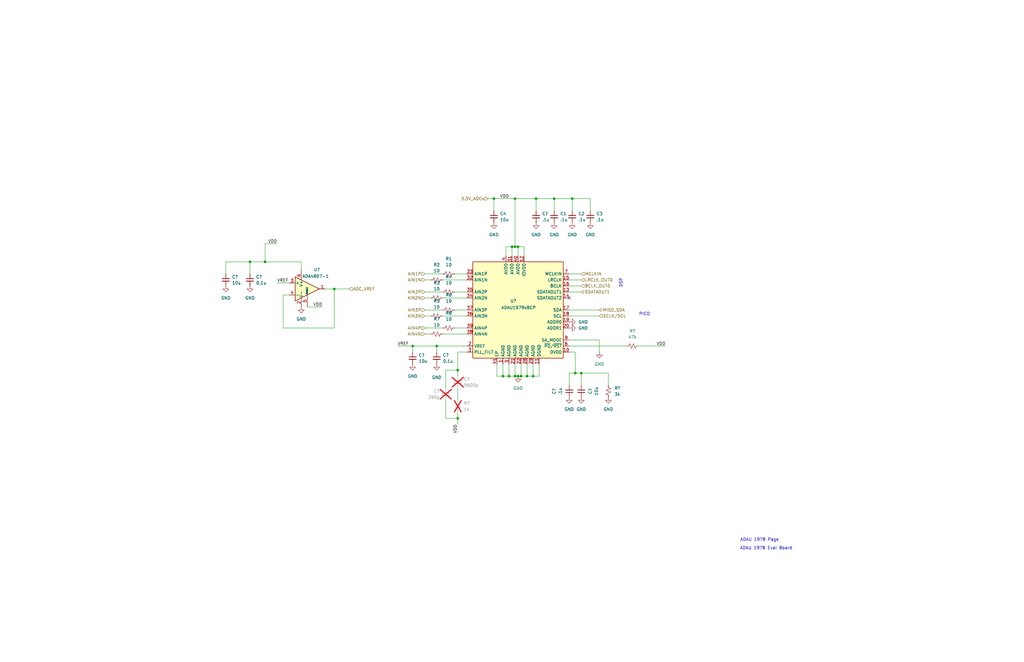
<source format=kicad_sch>
(kicad_sch (version 20250114) (generator "eeschema") (generator_version "9.0")
  (paper "B")
  (title_block (title "Receive ADCs") (date "2026-01-02") (rev "0.0") (company "Andy McCann KA3KAF and Doug McCann KA3KAG"))
  (lib_symbols
    (symbol "Amplifier_Operational:ADA4807-1" (pin_names (offset 0.127))
      (property "Reference" "U" (at 1.27 3.81 0))
      (property "Value" "ADA4807-1" (at 1.27 -3.81 0))
      (symbol "ADA4807-1_0_1"
        (polyline (pts (xy -5.08 5.08) (xy 5.08 0) (xy -5.08 -5.08) (xy -5.08 5.08)) (stroke (width 0.254)) (fill (type background)))
      )
      (symbol "ADA4807-1_1_1"
        (pin input line (at -7.62 2.54 0) (length 2.54) (name "+") (number "3"))
        (pin input line (at -7.62 -2.54 0) (length 2.54) (name "-") (number "4"))
        (pin power_in line (at -2.54 7.62 270) (length 3.81) (name "V+") (number "6"))
        (pin power_in line (at -2.54 -7.62 90) (length 3.81) (name "V-") (number "2"))
        (pin input line (at 0 -7.62 90) (length 5.08) (name "~{DISABLE}") (number "5"))
        (pin output line (at 7.62 0 180) (length 2.54) (name "~") (number "1"))
      )
    )
    (symbol "Device:C_Small" (pin_numbers (hide yes)) (pin_names (offset 0.254) (hide yes))
      (property "Reference" "C" (at 0.254 1.778 0))
      (property "Value" "C_Small" (at 0.254 -2.032 0))
      (symbol "C_Small_0_1"
        (polyline (pts (xy -1.524 0.508) (xy 1.524 0.508)) (stroke (width 0.3048)))
        (polyline (pts (xy -1.524 -0.508) (xy 1.524 -0.508)) (stroke (width 0.3302)))
      )
      (symbol "C_Small_1_1"
        (pin passive line (at 0 2.54 270) (length 2.032) (name "~") (number "1"))
        (pin passive line (at 0 -2.54 90) (length 2.032) (name "~") (number "2"))
      )
    )
    (symbol "Device:R_Small_US" (pin_numbers (hide yes)) (pin_names (offset 0.254) (hide yes))
      (property "Reference" "R" (at 0.762 0.508 0))
      (property "Value" "R_Small_US" (at 0.762 -1.016 0))
      (symbol "R_Small_US_1_1"
        (polyline (pts (xy 0 1.524) (xy 1.016 1.143) (xy 0 0.762) (xy -1.016 0.381) (xy 0 0)))
        (polyline (pts (xy 0 0) (xy 1.016 -0.381) (xy 0 -0.762) (xy -1.016 -1.143) (xy 0 -1.524)))
        (pin passive line (at 0 2.54 270) (length 1.016) (name "~") (number "1"))
        (pin passive line (at 0 -2.54 90) (length 1.016) (name "~") (number "2"))
      )
    )
    (symbol "nzif_radio_symbol_library:ADAU1979xBCP"
      (property "Reference" "U" (at 12.7 25.4 0))
      (property "Value" "ADAU1979xBCP" (at 12.7 22.86 0))
      (symbol "ADAU1979xBCP_0_1"
        (rectangle (start -19.05 20.32) (end 19.05 -20.32) (stroke (width 0.254)) (fill (type background)))
      )
      (symbol "ADAU1979xBCP_1_1"
        (pin input line (at -21.59 15.24 0) (length 2.54) (name "AIN1P") (number "33"))
        (pin input line (at -21.59 12.7 0) (length 2.54) (name "AIN1N") (number "32"))
        (pin input line (at -21.59 7.62 0) (length 2.54) (name "AIN2P") (number "35"))
        (pin input line (at -21.59 5.08 0) (length 2.54) (name "AIN2N") (number "34"))
        (pin input line (at -21.59 0 0) (length 2.54) (name "AIN3P") (number "37"))
        (pin input line (at -21.59 -2.54 0) (length 2.54) (name "AIN3N") (number "36"))
        (pin input line (at -21.59 -7.62 0) (length 2.54) (name "AIN4P") (number "39"))
        (pin input line (at -21.59 -10.16 0) (length 2.54) (name "AIN4N") (number "38"))
        (pin output line (at -21.59 -15.24 0) (length 2.54) (name "VREF") (number "2"))
        (pin output line (at -21.59 -17.78 0) (length 2.54) (name "PLL_FILT") (number "3"))
        (pin power_in line (at -8.89 -22.86 90) (length 2.54) (name "EP") (number "41"))
        (pin power_in line (at -6.35 -22.86 90) (length 2.54) (name "AGND") (number "1"))
        (pin power_in line (at -5.08 22.86 270) (length 2.54) (name "AVDD") (number "4"))
        (pin power_in line (at -3.81 -22.86 90) (length 2.54) (name "AGND") (number "5"))
        (pin passive line (at -2.54 22.86 270) (length 2.54) (name "AVDD") (number "31"))
        (pin power_in line (at -1.27 -22.86 90) (length 2.54) (name "AGND") (number "21"))
        (pin passive line (at 0 22.86 270) (length 2.54) (name "AVDD") (number "40"))
        (pin power_in line (at 1.27 -22.86 90) (length 2.54) (name "AGND") (number "22"))
        (pin power_in line (at 2.54 22.86 270) (length 2.54) (name "IOVDD") (number "12"))
        (pin power_in line (at 3.81 -22.86 90) (length 2.54) (name "AGND") (number "28"))
        (pin power_in line (at 6.35 -22.86 90) (length 2.54) (name "AGND") (number "29"))
        (pin power_in line (at 8.89 -22.86 90) (length 2.54) (name "DGND") (number "11"))
        (pin no_connect line (at 12.7 -20.32 90) (length 2.54) (hide yes) (name "NC") (number "23"))
        (pin no_connect line (at 12.7 -20.32 90) (length 2.54) (hide yes) (name "NC") (number "24"))
        (pin no_connect line (at 12.7 -20.32 90) (length 2.54) (hide yes) (name "NC") (number "25"))
        (pin no_connect line (at 12.7 -20.32 90) (length 2.54) (hide yes) (name "NC") (number "26"))
        (pin no_connect line (at 12.7 -20.32 90) (length 2.54) (hide yes) (name "NC") (number "27"))
        (pin no_connect line (at 12.7 -20.32 90) (length 2.54) (hide yes) (name "NC") (number "30"))
        (pin no_connect line (at 12.7 -20.32 90) (length 2.54) (hide yes) (name "NC") (number "8"))
        (pin input line (at 21.59 15.24 180) (length 2.54) (name "MCLKIN") (number "7"))
        (pin bidirectional line (at 21.59 12.7 180) (length 2.54) (name "LRCLK") (number "15"))
        (pin bidirectional line (at 21.59 10.16 180) (length 2.54) (name "BCLK") (number "16"))
        (pin output line (at 21.59 7.62 180) (length 2.54) (name "SDATAOUT1") (number "13"))
        (pin output line (at 21.59 5.08 180) (length 2.54) (name "SDATAOUT2") (number "14"))
        (pin bidirectional line (at 21.59 0 180) (length 2.54) (name "SDA") (number "17"))
        (pin input line (at 21.59 -2.54 180) (length 2.54) (name "SCL") (number "18"))
        (pin input line (at 21.59 -5.08 180) (length 2.54) (name "ADDR0") (number "19"))
        (pin input line (at 21.59 -7.62 180) (length 2.54) (name "ADDR1") (number "20"))
        (pin input line (at 21.59 -12.7 180) (length 2.54) (name "SA_MODE") (number "9"))
        (pin input line (at 21.59 -15.24 180) (length 2.54) (name "~{PD}/~{RST}") (number "6"))
        (pin power_out line (at 21.59 -17.78 180) (length 2.54) (name "DVDD") (number "10"))
      )
    )
    (symbol "power:GND" (power) (pin_numbers (hide yes)) (pin_names (offset 0) (hide yes))
      (property "Value" "GND" (at 0 -3.81 0))
      (symbol "GND_0_1"
        (polyline (pts (xy 0 0) (xy 0 -1.27) (xy 1.27 -1.27) (xy 0 -2.54) (xy -1.27 -1.27) (xy 0 -1.27)))
      )
      (symbol "GND_1_1"
        (pin power_in line (at 0 0 270) (length 0) (name "~") (number "1"))
      )
    )
  )
  (text "ADAU 1978 Page" (at 320.294 227.838 0) (effects (font (size 1.27 1.27))))
  (text "ADAU 1978 Eval Board" (at 323.088 231.394 0) (effects (font (size 1.27 1.27))))
  (text "PICO" (at 271.78 132.588 0) (effects (font (size 1.27 1.27))))
  (text "DSP" (at 261.874 119.38 90) (effects (font (size 1.27 1.27))))
  (junction (at 217.17 104.14))
  (junction (at 224.79 158.75))
  (junction (at 219.71 158.75))
  (junction (at 215.9 104.14))
  (junction (at 222.25 158.75))
  (junction (at 208.28 83.82))
  (junction (at 111.76 110.49))
  (junction (at 233.68 83.82))
  (junction (at 184.15 146.05))
  (junction (at 214.63 158.75))
  (junction (at 226.06 83.82))
  (junction (at 140.97 121.92))
  (junction (at 218.44 158.75))
  (junction (at 242.57 157.48))
  (junction (at 212.09 158.75))
  (junction (at 105.41 110.49))
  (junction (at 217.17 158.75))
  (junction (at 241.3 83.82))
  (junction (at 193.04 156.21))
  (junction (at 245.11 157.48))
  (junction (at 217.17 83.82))
  (junction (at 218.44 104.14))
  (junction (at 173.99 146.05))
  (junction (at 193.04 176.53))
  (no_connect (at 240.03 125.73))
  (wire (pts (xy 179.07 115.57) (xy 186.69 115.57)))
  (wire (pts (xy 213.36 107.95) (xy 213.36 104.14)))
  (wire (pts (xy 140.97 121.92) (xy 147.32 121.92)))
  (wire (pts (xy 242.57 157.48) (xy 245.11 157.48)))
  (wire (pts (xy 140.97 121.92) (xy 140.97 138.43)))
  (wire (pts (xy 191.77 130.81) (xy 196.85 130.81)))
  (wire (pts (xy 240.03 120.65) (xy 245.11 120.65)))
  (wire (pts (xy 191.77 138.43) (xy 196.85 138.43)))
  (wire (pts (xy 222.25 158.75) (xy 224.79 158.75)))
  (wire (pts (xy 127 114.3) (xy 127 110.49)))
  (wire (pts (xy 187.96 163.83) (xy 187.96 156.21)))
  (wire (pts (xy 214.63 158.75) (xy 217.17 158.75)))
  (wire (pts (xy 179.07 133.35) (xy 181.61 133.35)))
  (wire (pts (xy 187.96 156.21) (xy 193.04 156.21)))
  (wire (pts (xy 224.79 153.67) (xy 224.79 158.75)))
  (wire (pts (xy 179.07 118.11) (xy 181.61 118.11)))
  (wire (pts (xy 240.03 148.59) (xy 242.57 148.59)))
  (wire (pts (xy 196.85 146.05) (xy 184.15 146.05)))
  (wire (pts (xy 95.25 110.49) (xy 95.25 115.57)))
  (wire (pts (xy 187.96 168.91) (xy 187.96 176.53)))
  (wire (pts (xy 119.38 124.46) (xy 119.38 138.43)))
  (wire (pts (xy 217.17 83.82) (xy 226.06 83.82)))
  (wire (pts (xy 184.15 146.05) (xy 184.15 148.59)))
  (wire (pts (xy 256.54 157.48) (xy 245.11 157.48)))
  (wire (pts (xy 214.63 153.67) (xy 214.63 158.75)))
  (wire (pts (xy 213.36 104.14) (xy 215.9 104.14)))
  (wire (pts (xy 241.3 88.9) (xy 241.3 83.82)))
  (wire (pts (xy 241.3 83.82) (xy 248.92 83.82)))
  (wire (pts (xy 193.04 156.21) (xy 193.04 158.75)))
  (wire (pts (xy 240.03 130.81) (xy 252.73 130.81)))
  (wire (pts (xy 248.92 83.82) (xy 248.92 88.9)))
  (wire (pts (xy 173.99 146.05) (xy 173.99 148.59)))
  (wire (pts (xy 119.38 124.46) (xy 121.92 124.46)))
  (wire (pts (xy 240.03 118.11) (xy 245.11 118.11)))
  (wire (pts (xy 111.76 110.49) (xy 111.76 102.87)))
  (wire (pts (xy 217.17 104.14) (xy 217.17 83.82)))
  (wire (pts (xy 219.71 158.75) (xy 222.25 158.75)))
  (wire (pts (xy 179.07 138.43) (xy 186.69 138.43)))
  (wire (pts (xy 240.03 157.48) (xy 242.57 157.48)))
  (wire (pts (xy 226.06 83.82) (xy 233.68 83.82)))
  (wire (pts (xy 193.04 173.99) (xy 193.04 176.53)))
  (wire (pts (xy 227.33 158.75) (xy 227.33 153.67)))
  (wire (pts (xy 129.54 129.54) (xy 135.89 129.54)))
  (wire (pts (xy 269.24 146.05) (xy 280.67 146.05)))
  (wire (pts (xy 212.09 153.67) (xy 212.09 158.75)))
  (wire (pts (xy 240.03 115.57) (xy 245.11 115.57)))
  (wire (pts (xy 208.28 83.82) (xy 217.17 83.82)))
  (wire (pts (xy 191.77 115.57) (xy 196.85 115.57)))
  (wire (pts (xy 116.84 119.38) (xy 121.92 119.38)))
  (wire (pts (xy 193.04 163.83) (xy 193.04 168.91)))
  (wire (pts (xy 208.28 83.82) (xy 208.28 88.9)))
  (wire (pts (xy 240.03 162.56) (xy 240.03 157.48)))
  (wire (pts (xy 240.03 146.05) (xy 264.16 146.05)))
  (wire (pts (xy 186.69 133.35) (xy 196.85 133.35)))
  (wire (pts (xy 240.03 123.19) (xy 245.11 123.19)))
  (wire (pts (xy 179.07 123.19) (xy 186.69 123.19)))
  (wire (pts (xy 179.07 140.97) (xy 181.61 140.97)))
  (wire (pts (xy 209.55 158.75) (xy 212.09 158.75)))
  (wire (pts (xy 205.74 83.82) (xy 208.28 83.82)))
  (wire (pts (xy 217.17 158.75) (xy 218.44 158.75)))
  (wire (pts (xy 209.55 153.67) (xy 209.55 158.75)))
  (wire (pts (xy 179.07 130.81) (xy 186.69 130.81)))
  (wire (pts (xy 218.44 104.14) (xy 218.44 107.95)))
  (wire (pts (xy 140.97 138.43) (xy 119.38 138.43)))
  (wire (pts (xy 191.77 123.19) (xy 196.85 123.19)))
  (wire (pts (xy 218.44 104.14) (xy 220.98 104.14)))
  (wire (pts (xy 186.69 140.97) (xy 196.85 140.97)))
  (wire (pts (xy 212.09 158.75) (xy 214.63 158.75)))
  (wire (pts (xy 105.41 110.49) (xy 95.25 110.49)))
  (wire (pts (xy 184.15 146.05) (xy 173.99 146.05)))
  (wire (pts (xy 186.69 125.73) (xy 196.85 125.73)))
  (wire (pts (xy 217.17 104.14) (xy 218.44 104.14)))
  (wire (pts (xy 220.98 104.14) (xy 220.98 107.95)))
  (wire (pts (xy 233.68 83.82) (xy 241.3 83.82)))
  (wire (pts (xy 196.85 148.59) (xy 193.04 148.59)))
  (wire (pts (xy 240.03 143.51) (xy 252.73 143.51)))
  (wire (pts (xy 137.16 121.92) (xy 140.97 121.92)))
  (wire (pts (xy 224.79 158.75) (xy 227.33 158.75)))
  (wire (pts (xy 193.04 176.53) (xy 193.04 179.07)))
  (wire (pts (xy 215.9 104.14) (xy 215.9 107.95)))
  (wire (pts (xy 111.76 102.87) (xy 116.84 102.87)))
  (wire (pts (xy 256.54 162.56) (xy 256.54 157.48)))
  (wire (pts (xy 240.03 133.35) (xy 252.73 133.35)))
  (wire (pts (xy 179.07 125.73) (xy 181.61 125.73)))
  (wire (pts (xy 187.96 176.53) (xy 193.04 176.53)))
  (wire (pts (xy 215.9 104.14) (xy 217.17 104.14)))
  (wire (pts (xy 173.99 146.05) (xy 167.64 146.05)))
  (wire (pts (xy 105.41 110.49) (xy 111.76 110.49)))
  (wire (pts (xy 242.57 148.59) (xy 242.57 157.48)))
  (wire (pts (xy 111.76 110.49) (xy 127 110.49)))
  (wire (pts (xy 222.25 153.67) (xy 222.25 158.75)))
  (wire (pts (xy 233.68 83.82) (xy 233.68 88.9)))
  (wire (pts (xy 245.11 157.48) (xy 245.11 162.56)))
  (wire (pts (xy 105.41 110.49) (xy 105.41 115.57)))
  (wire (pts (xy 186.69 118.11) (xy 196.85 118.11)))
  (wire (pts (xy 217.17 153.67) (xy 217.17 158.75)))
  (wire (pts (xy 219.71 153.67) (xy 219.71 158.75)))
  (wire (pts (xy 226.06 83.82) (xy 226.06 88.9)))
  (wire (pts (xy 218.44 158.75) (xy 219.71 158.75)))
  (wire (pts (xy 193.04 148.59) (xy 193.04 156.21)))
  (wire (pts (xy 252.73 143.51) (xy 252.73 148.59)))
  (label "VREF" (at 116.84 119.38 0))
  (label "VDD" (at 135.89 129.54 180))
  (label "VDD" (at 193.04 179.07 270))
  (label "VDD" (at 116.84 102.87 180))
  (label "VREF" (at 167.64 146.05 0))
  (label "VDD" (at 214.63 83.82 180))
  (label "VDD" (at 280.67 146.05 180))
  (hierarchical_label "AIN1N" (shape input) (at 179.07 118.11 180))
  (hierarchical_label "AIN1P" (shape input) (at 179.07 115.57 180))
  (hierarchical_label "AIN2P" (shape input) (at 179.07 123.19 180))
  (hierarchical_label "AIN2N" (shape input) (at 179.07 125.73 180))
  (hierarchical_label "AIN4N" (shape input) (at 179.07 140.97 180))
  (hierarchical_label "SCLK{slash}SCL" (shape input) (at 252.73 133.35 0))
  (hierarchical_label "AIN3N" (shape input) (at 179.07 133.35 180))
  (hierarchical_label "MCLKIN" (shape input) (at 245.11 115.57 0))
  (hierarchical_label "SDATAOUT1" (shape bidirectional) (at 245.11 123.19 0))
  (hierarchical_label "BCLK_OUT0" (shape input) (at 245.11 120.65 0))
  (hierarchical_label "AIN4P" (shape input) (at 179.07 138.43 180))
  (hierarchical_label "MISO_SDA" (shape bidirectional) (at 252.73 130.81 0))
  (hierarchical_label "ADC_VREF" (shape input) (at 147.32 121.92 0))
  (hierarchical_label "AIN3P" (shape input) (at 179.07 130.81 180))
  (hierarchical_label "3.3V_ADCs" (shape input) (at 205.74 83.82 180))
  (hierarchical_label "LRCLK_OUT0" (shape input) (at 245.11 118.11 0))
  (symbol (lib_id "Device:C_Small") (at 105.41 118.11 0) (unit 1)
    (property "Reference" "C?" (at 107.95 116.8462 0) (effects (justify left)))
    (property "Value" "0.1u" (at 107.95 119.3862 0) (effects (justify left)))
    (property "Footprint" "Capacitor_SMD:C_0603_1608Metric_Pad1.08x0.95mm_HandSolder" (effects (hide yes)))
    (property "Description" "Unpolarized capacitor, small symbol" (effects (hide yes)))
  )
  (symbol (lib_id "power:GND") (at 240.03 135.89 90) (unit 1)
    (property "Reference" "#PWR?" (effects (hide yes)))
    (property "Value" "GND" (at 243.84 135.8899 90) (effects (justify right)))
    (property "Description" "Power symbol creates a global label with name \"GND\" , ground" (effects (hide yes)))
  )
  (symbol (lib_id "Device:C_Small") (at 241.3 91.44 0) (unit 1)
    (property "Reference" "C2" (at 243.84 90.1762 0) (effects (justify left)))
    (property "Value" ".1u" (at 243.84 92.7162 0) (effects (justify left)))
    (property "Description" "Unpolarized capacitor, small symbol" (effects (hide yes)))
  )
  (symbol (lib_id "power:GND") (at 240.03 138.43 90) (unit 1)
    (property "Reference" "#PWR?" (effects (hide yes)))
    (property "Value" "GND" (at 243.84 138.4299 90) (effects (justify right)))
    (property "Description" "Power symbol creates a global label with name \"GND\" , ground" (effects (hide yes)))
  )
  (symbol (lib_id "power:GND") (at 218.44 158.75 0) (unit 1)
    (property "Reference" "#PWR?" (effects (hide yes)))
    (property "Value" "GND" (at 218.44 163.83 0))
    (property "Description" "Power symbol creates a global label with name \"GND\" , ground" (effects (hide yes)))
  )
  (symbol (lib_id "Device:C_Small") (at 193.04 161.29 180) (unit 1) (dnp yes)
    (property "Reference" "C?" (at 195.58 160.0135 0) (effects (justify right)))
    (property "Value" "5600p" (at 195.58 162.5535 0) (effects (justify right)))
    (property "Description" "Unpolarized capacitor, small symbol" (effects (hide yes)))
  )
  (symbol (lib_id "power:GND") (at 240.03 167.64 0) (unit 1)
    (property "Reference" "#PWR?" (effects (hide yes)))
    (property "Value" "GND" (at 240.03 172.72 0))
    (property "Description" "Power symbol creates a global label with name \"GND\" , ground" (effects (hide yes)))
  )
  (symbol (lib_id "Amplifier_Operational:ADA4807-1") (at 129.54 121.92 0) (unit 1)
    (property "Reference" "U?" (at 133.604 113.792 0))
    (property "Value" "ADA4807-1" (at 133.096 116.586 0))
    (property "Datasheet" "https://www.analog.com/media/en/technical-documentation/data-sheets/ADA4807-1_4807-2_4807-4.pdf" (effects (hide yes)))
    (property "Description" "Single Rail-to-Rail Input/Output Amplifiers, with disable, SC-70-6/SOT-23-6" (effects (hide yes)))
  )
  (symbol (lib_id "Device:R_Small_US") (at 184.15 140.97 90) (unit 1)
    (property "Reference" "R7" (at 184.15 134.62 90))
    (property "Value" "10" (at 184.15 137.16 90))
    (property "Footprint" "Resistor_SMD:R_0603_1608Metric_Pad0.98x0.95mm_HandSolder" (effects (hide yes)))
    (property "Description" "Resistor, small US symbol" (effects (hide yes)))
  )
  (symbol (lib_id "power:GND") (at 226.06 93.98 0) (unit 1)
    (property "Reference" "#PWR?" (effects (hide yes)))
    (property "Value" "GND" (at 226.06 99.06 0))
    (property "Description" "Power symbol creates a global label with name \"GND\" , ground" (effects (hide yes)))
  )
  (symbol (lib_id "Device:C_Small") (at 240.03 165.1 180) (unit 1)
    (property "Reference" "C?" (at 233.68 165.0937 90))
    (property "Value" ".1u" (at 236.22 165.0937 90))
    (property "Description" "Unpolarized capacitor, small symbol" (effects (hide yes)))
  )
  (symbol (lib_id "Device:R_Small_US") (at 184.15 133.35 90) (unit 1)
    (property "Reference" "R5" (at 184.15 127 90))
    (property "Value" "10" (at 184.15 129.54 90))
    (property "Footprint" "Resistor_SMD:R_0603_1608Metric_Pad0.98x0.95mm_HandSolder" (effects (hide yes)))
    (property "Description" "Resistor, small US symbol" (effects (hide yes)))
  )
  (symbol (lib_id "power:GND") (at 248.92 93.98 0) (unit 1)
    (property "Reference" "#PWR?" (effects (hide yes)))
    (property "Value" "GND" (at 248.92 99.06 0))
    (property "Description" "Power symbol creates a global label with name \"GND\" , ground" (effects (hide yes)))
  )
  (symbol (lib_id "Device:R_Small_US") (at 193.04 171.45 180) (unit 1) (dnp yes)
    (property "Reference" "R?" (at 195.58 170.1799 0) (effects (justify right)))
    (property "Value" "1k" (at 195.58 172.7199 0) (effects (justify right)))
    (property "Description" "Resistor, small US symbol" (effects (hide yes)))
  )
  (symbol (lib_id "power:GND") (at 241.3 93.98 0) (unit 1)
    (property "Reference" "#PWR?" (effects (hide yes)))
    (property "Value" "GND" (at 241.3 99.06 0))
    (property "Description" "Power symbol creates a global label with name \"GND\" , ground" (effects (hide yes)))
  )
  (symbol (lib_id "Device:C_Small") (at 173.99 151.13 0) (unit 1)
    (property "Reference" "C?" (at 176.53 149.8662 0) (effects (justify left)))
    (property "Value" "10u" (at 176.53 152.4062 0) (effects (justify left)))
    (property "Footprint" "Capacitor_SMD:C_0603_1608Metric_Pad1.08x0.95mm_HandSolder" (effects (hide yes)))
    (property "Description" "Unpolarized capacitor, small symbol" (effects (hide yes)))
  )
  (symbol (lib_id "Device:C_Small") (at 187.96 166.37 0) (mirror x) (unit 1) (dnp yes)
    (property "Reference" "C?" (at 185.42 165.0935 0) (effects (justify right)))
    (property "Value" "390p" (at 185.42 167.6335 0) (effects (justify right)))
    (property "Description" "Unpolarized capacitor, small symbol" (effects (hide yes)))
  )
  (symbol (lib_id "Device:R_Small_US") (at 189.23 123.19 90) (unit 1)
    (property "Reference" "R4" (at 189.23 116.84 90))
    (property "Value" "10" (at 189.23 119.38 90))
    (property "Footprint" "Resistor_SMD:R_0603_1608Metric_Pad0.98x0.95mm_HandSolder" (effects (hide yes)))
    (property "Description" "Resistor, small US symbol" (effects (hide yes)))
  )
  (symbol (lib_id "Device:C_Small") (at 95.25 118.11 0) (unit 1)
    (property "Reference" "C?" (at 97.79 116.8462 0) (effects (justify left)))
    (property "Value" "10u" (at 97.79 119.3862 0) (effects (justify left)))
    (property "Footprint" "Capacitor_SMD:C_0603_1608Metric_Pad1.08x0.95mm_HandSolder" (effects (hide yes)))
    (property "Description" "Unpolarized capacitor, small symbol" (effects (hide yes)))
  )
  (symbol (lib_id "Device:C_Small") (at 248.92 91.44 0) (unit 1)
    (property "Reference" "C3" (at 251.46 90.1762 0) (effects (justify left)))
    (property "Value" ".1u" (at 251.46 92.7162 0) (effects (justify left)))
    (property "Description" "Unpolarized capacitor, small symbol" (effects (hide yes)))
  )
  (symbol (lib_id "Device:R_Small_US") (at 184.15 118.11 90) (unit 1)
    (property "Reference" "R2" (at 184.15 111.76 90))
    (property "Value" "10" (at 184.15 114.3 90))
    (property "Footprint" "Resistor_SMD:R_0603_1608Metric_Pad0.98x0.95mm_HandSolder" (effects (hide yes)))
    (property "Description" "Resistor, small US symbol" (effects (hide yes)))
  )
  (symbol (lib_id "Device:R_Small_US") (at 184.15 125.73 90) (unit 1)
    (property "Reference" "R3" (at 184.15 119.38 90))
    (property "Value" "10" (at 184.15 121.92 90))
    (property "Footprint" "Resistor_SMD:R_0603_1608Metric_Pad0.98x0.95mm_HandSolder" (effects (hide yes)))
    (property "Description" "Resistor, small US symbol" (effects (hide yes)))
  )
  (symbol (lib_id "Device:R_Small_US") (at 266.7 146.05 90) (unit 1)
    (property "Reference" "R?" (at 266.7 139.7 90))
    (property "Value" "47k" (at 266.7 142.24 90))
    (property "Description" "Resistor, small US symbol" (effects (hide yes)))
  )
  (symbol (lib_id "Device:R_Small_US") (at 189.23 138.43 90) (unit 1)
    (property "Reference" "R8" (at 189.23 132.08 90))
    (property "Value" "10" (at 189.23 134.62 90))
    (property "Footprint" "Resistor_SMD:R_0603_1608Metric_Pad0.98x0.95mm_HandSolder" (effects (hide yes)))
    (property "Description" "Resistor, small US symbol" (effects (hide yes)))
  )
  (symbol (lib_id "Device:R_Small_US") (at 256.54 165.1 180) (unit 1)
    (property "Reference" "R?" (at 259.08 163.8299 0) (effects (justify right)))
    (property "Value" "3k" (at 259.08 166.3699 0) (effects (justify right)))
    (property "Description" "Resistor, small US symbol" (effects (hide yes)))
  )
  (symbol (lib_id "Device:C_Small") (at 208.28 91.44 0) (unit 1)
    (property "Reference" "C4" (at 210.82 90.1762 0) (effects (justify left)))
    (property "Value" "10u" (at 210.82 92.7162 0) (effects (justify left)))
    (property "Description" "Unpolarized capacitor, small symbol" (effects (hide yes)))
  )
  (symbol (lib_id "Device:C_Small") (at 245.11 165.1 180) (unit 1)
    (property "Reference" "C?" (at 248.92 165.0937 90))
    (property "Value" "10u" (at 251.46 165.0937 90))
    (property "Description" "Unpolarized capacitor, small symbol" (effects (hide yes)))
  )
  (symbol (lib_id "Device:R_Small_US") (at 189.23 115.57 90) (unit 1)
    (property "Reference" "R1" (at 189.23 109.22 90))
    (property "Value" "10" (at 189.23 111.76 90))
    (property "Footprint" "Resistor_SMD:R_0603_1608Metric_Pad0.98x0.95mm_HandSolder" (effects (hide yes)))
    (property "Description" "Resistor, small US symbol" (effects (hide yes)))
  )
  (symbol (lib_id "power:GND") (at 245.11 167.64 0) (unit 1)
    (property "Reference" "#PWR?" (effects (hide yes)))
    (property "Value" "GND" (at 245.11 172.72 0))
    (property "Description" "Power symbol creates a global label with name \"GND\" , ground" (effects (hide yes)))
  )
  (symbol (lib_id "power:GND") (at 256.54 167.64 0) (unit 1)
    (property "Reference" "#PWR?" (effects (hide yes)))
    (property "Value" "GND" (at 256.54 172.72 0))
    (property "Description" "Power symbol creates a global label with name \"GND\" , ground" (effects (hide yes)))
  )
  (symbol (lib_id "power:GND") (at 95.25 120.65 0) (unit 1)
    (property "Reference" "#PWR?" (effects (hide yes)))
    (property "Value" "GND" (at 95.25 125.73 0))
    (property "Description" "Power symbol creates a global label with name \"GND\" , ground" (effects (hide yes)))
  )
  (symbol (lib_id "Device:C_Small") (at 226.06 91.44 0) (unit 1)
    (property "Reference" "C?" (at 228.6 90.1762 0) (effects (justify left)))
    (property "Value" ".1u" (at 228.6 92.7162 0) (effects (justify left)))
    (property "Description" "Unpolarized capacitor, small symbol" (effects (hide yes)))
  )
  (symbol (lib_id "Device:C_Small") (at 233.68 91.44 0) (unit 1)
    (property "Reference" "C1" (at 236.22 90.1762 0) (effects (justify left)))
    (property "Value" ".1u" (at 236.22 92.7162 0) (effects (justify left)))
    (property "Description" "Unpolarized capacitor, small symbol" (effects (hide yes)))
  )
  (symbol (lib_id "Device:R_Small_US") (at 189.23 130.81 90) (unit 1)
    (property "Reference" "R6" (at 189.23 124.46 90))
    (property "Value" "10" (at 189.23 127 90))
    (property "Footprint" "Resistor_SMD:R_0603_1608Metric_Pad0.98x0.95mm_HandSolder" (effects (hide yes)))
    (property "Description" "Resistor, small US symbol" (effects (hide yes)))
  )
  (symbol (lib_id "power:GND") (at 105.41 120.65 0) (unit 1)
    (property "Reference" "#PWR?" (effects (hide yes)))
    (property "Value" "GND" (at 105.41 125.73 0))
    (property "Description" "Power symbol creates a global label with name \"GND\" , ground" (effects (hide yes)))
  )
  (symbol (lib_id "power:GND") (at 208.28 93.98 0) (unit 1)
    (property "Reference" "#PWR01" (effects (hide yes)))
    (property "Value" "GND" (at 208.28 99.06 0))
    (property "Description" "Power symbol creates a global label with name \"GND\" , ground" (effects (hide yes)))
  )
  (symbol (lib_id "power:GND") (at 184.15 153.67 0) (unit 1)
    (property "Reference" "#PWR?" (effects (hide yes)))
    (property "Value" "GND" (at 184.15 159.258 0))
    (property "Description" "Power symbol creates a global label with name \"GND\" , ground" (effects (hide yes)))
  )
  (symbol (lib_id "power:GND") (at 252.73 148.59 0) (unit 1)
    (property "Reference" "#PWR?" (effects (hide yes)))
    (property "Value" "GND" (at 252.73 153.67 0))
    (property "Description" "Power symbol creates a global label with name \"GND\" , ground" (effects (hide yes)))
  )
  (symbol (lib_id "power:GND") (at 127 129.54 0) (unit 1)
    (property "Reference" "#PWR?" (effects (hide yes)))
    (property "Value" "GND" (at 127 134.62 0))
    (property "Description" "Power symbol creates a global label with name \"GND\" , ground" (effects (hide yes)))
  )
  (symbol (lib_id "nzif_radio_symbol_library:ADAU1979xBCP") (at 218.44 130.81 0) (unit 1)
    (property "Reference" "U?" (at 215.138 127 0) (effects (justify left)))
    (property "Value" "ADAU1979xBCP" (at 211.328 129.794 0) (effects (justify left)))
    (property "Footprint" "Package_CSP:LFCSP-40-1EP_6x6mm_P0.5mm_EP3.9x3.9mm" (effects (hide yes)))
    (property "Datasheet" "https://www.analog.com/media/en/technical-documentation/data-sheets/ADAU1979.pdf" (effects (hide yes)))
    (property "Description" "Quad Analog-to-Digital Converter, 4.5Vrms differential inputs, LFCSP-40" (effects (hide yes)))
  )
  (symbol (lib_id "Device:C_Small") (at 184.15 151.13 0) (unit 1)
    (property "Reference" "C?" (at 186.69 149.8662 0) (effects (justify left)))
    (property "Value" "0.1u" (at 186.69 152.4062 0) (effects (justify left)))
    (property "Footprint" "Capacitor_SMD:C_0603_1608Metric_Pad1.08x0.95mm_HandSolder" (effects (hide yes)))
    (property "Description" "Unpolarized capacitor, small symbol" (effects (hide yes)))
  )
  (symbol (lib_id "power:GND") (at 233.68 93.98 0) (unit 1)
    (property "Reference" "#PWR?" (effects (hide yes)))
    (property "Value" "GND" (at 233.68 99.06 0))
    (property "Description" "Power symbol creates a global label with name \"GND\" , ground" (effects (hide yes)))
  )
  (symbol (lib_id "power:GND") (at 173.99 153.67 0) (unit 1)
    (property "Reference" "#PWR?" (effects (hide yes)))
    (property "Value" "GND" (at 173.99 158.75 0))
    (property "Description" "Power symbol creates a global label with name \"GND\" , ground" (effects (hide yes)))
  )
)
</source>
